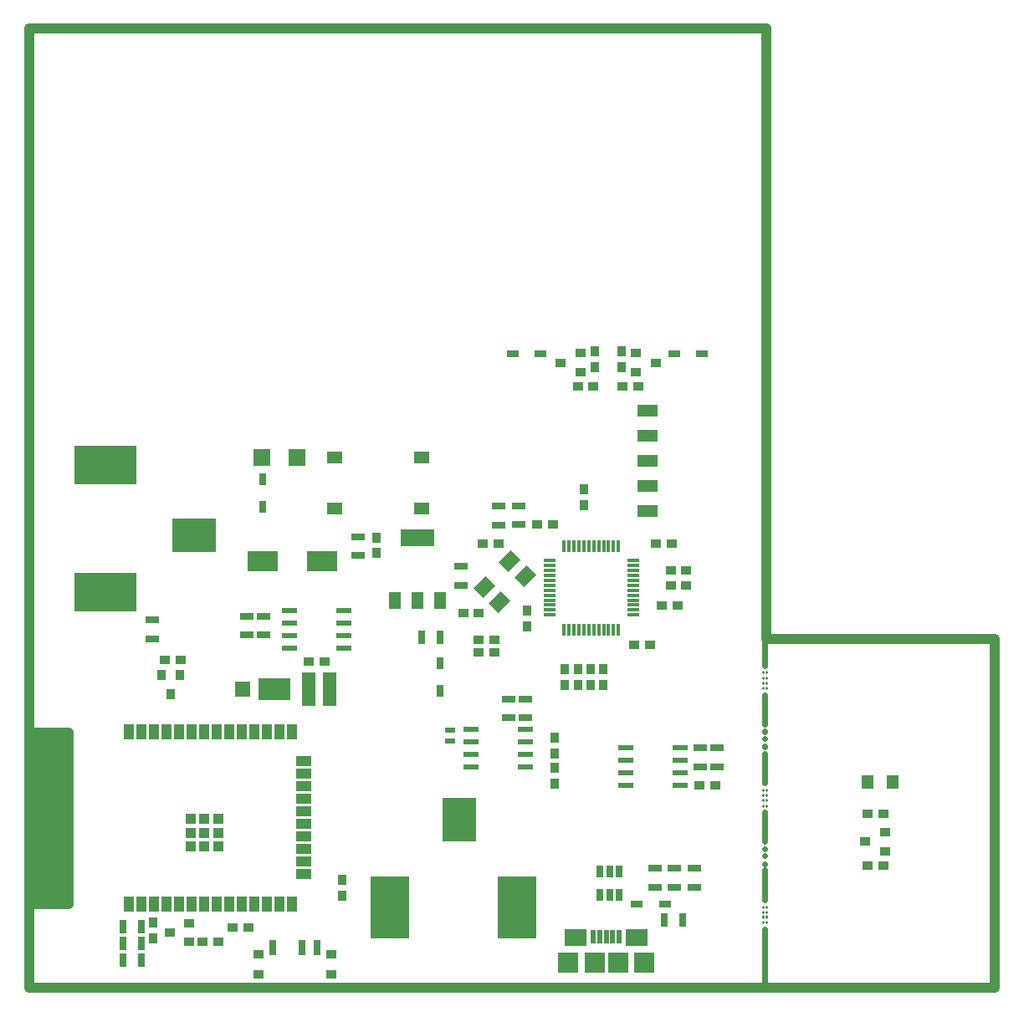
<source format=gtp>
G04*
G04 #@! TF.GenerationSoftware,Altium Limited,Altium Designer,20.0.13 (296)*
G04*
G04 Layer_Color=8421504*
%FSLAX25Y25*%
%MOIN*%
G70*
G01*
G75*
%ADD13C,0.00984*%
%ADD22C,0.03937*%
%ADD23C,0.02362*%
%ADD24R,0.24803X0.15748*%
%ADD25R,0.17717X0.13386*%
%ADD26R,0.04724X0.05315*%
%ADD27R,0.04194X0.03494*%
%ADD28R,0.03937X0.03543*%
%ADD29R,0.04528X0.02559*%
%ADD30R,0.03150X0.05512*%
%ADD31R,0.03494X0.04194*%
%ADD32R,0.03937X0.03937*%
%ADD33R,0.03937X0.06299*%
%ADD34R,0.06299X0.03937*%
%ADD35R,0.03150X0.06299*%
%ADD36R,0.04331X0.03543*%
%ADD37R,0.05118X0.01575*%
%ADD38R,0.01575X0.05118*%
%ADD39R,0.05512X0.03150*%
%ADD40R,0.08268X0.04724*%
%ADD41R,0.01968X0.05709*%
%ADD42R,0.08661X0.06693*%
%ADD43R,0.07874X0.07874*%
%ADD44R,0.06299X0.02362*%
%ADD45R,0.02756X0.05118*%
%ADD46R,0.05512X0.13780*%
%ADD47R,0.15748X0.24803*%
%ADD48R,0.13386X0.17717*%
%ADD49R,0.04331X0.02362*%
%ADD50R,0.03543X0.03937*%
%ADD51R,0.06299X0.06378*%
%ADD52R,0.12598X0.09055*%
%ADD53R,0.12205X0.08268*%
%ADD54R,0.06693X0.06693*%
%ADD55R,0.02559X0.04528*%
%ADD56R,0.13386X0.06693*%
%ADD57R,0.05118X0.06693*%
G04:AMPARAMS|DCode=58|XSize=66.93mil|YSize=53.15mil|CornerRadius=0mil|HoleSize=0mil|Usage=FLASHONLY|Rotation=45.000|XOffset=0mil|YOffset=0mil|HoleType=Round|Shape=Rectangle|*
%AMROTATEDRECTD58*
4,1,4,-0.00487,-0.04245,-0.04245,-0.00487,0.00487,0.04245,0.04245,0.00487,-0.00487,-0.04245,0.0*
%
%ADD58ROTATEDRECTD58*%

%ADD59R,0.06496X0.05118*%
D13*
X290335Y123603D02*
Y123996D01*
Y121437D02*
Y121831D01*
Y119469D02*
Y119863D01*
Y117500D02*
Y117894D01*
Y117500D02*
Y117894D01*
Y119469D02*
Y119863D01*
Y121437D02*
Y121831D01*
Y123603D02*
Y123996D01*
X291713Y117500D02*
Y117894D01*
Y119469D02*
Y119863D01*
Y121437D02*
Y121831D01*
Y123603D02*
Y123996D01*
X290335Y70493D02*
Y70886D01*
Y72658D02*
Y73052D01*
Y74626D02*
Y75020D01*
Y76595D02*
Y76989D01*
X291713Y70493D02*
Y70886D01*
Y72658D02*
Y73052D01*
Y74626D02*
Y75020D01*
Y76595D02*
Y76989D01*
Y76595D02*
Y76989D01*
Y74626D02*
Y75020D01*
Y72658D02*
Y73052D01*
Y70493D02*
Y70886D01*
Y24036D02*
Y24430D01*
Y26201D02*
Y26595D01*
Y28170D02*
Y28563D01*
Y30138D02*
Y30532D01*
Y30138D02*
Y30532D01*
Y28170D02*
Y28563D01*
Y26201D02*
Y26595D01*
Y24036D02*
Y24430D01*
X290335Y30138D02*
Y30532D01*
Y28170D02*
Y28563D01*
Y26201D02*
Y26595D01*
Y24036D02*
Y24430D01*
D22*
X5408Y32087D02*
Y99803D01*
X4921Y32087D02*
X5408D01*
X0Y31496D02*
Y99803D01*
X10827Y31890D02*
Y99803D01*
X11024D01*
X8071Y32087D02*
Y99606D01*
X8268D01*
X4921Y32087D02*
Y99803D01*
X5894D01*
X1772Y31693D02*
Y99803D01*
X1575D02*
X1772D01*
X-1969Y31496D02*
Y99803D01*
Y-1969D02*
Y31496D01*
X13583D01*
X-1969Y99803D02*
X13757D01*
X-1969D02*
Y380315D01*
X291732Y137205D02*
X382677D01*
Y-1969D02*
Y137205D01*
X-1969Y-1969D02*
X382677D01*
X-1969Y380315D02*
X291732D01*
Y137205D02*
Y380315D01*
X13583Y31496D02*
X13757Y31670D01*
Y99803D01*
X-1969Y-1969D02*
X-1575D01*
D23*
X291024Y126319D02*
Y136614D01*
Y103091D02*
Y114902D01*
Y79587D02*
Y91398D01*
Y56359D02*
Y68170D01*
Y33130D02*
Y44941D01*
Y-846D02*
Y21556D01*
X290984Y100217D02*
X291024Y100256D01*
X290984Y94233D02*
X291024Y94272D01*
X290945Y97343D02*
X290984Y97382D01*
X290945Y50611D02*
X290984Y50650D01*
Y47501D02*
X291024Y47540D01*
X290984Y53485D02*
X291024Y53524D01*
D24*
X28445Y206496D02*
D03*
Y155709D02*
D03*
D25*
X63681Y178543D02*
D03*
D26*
X341929Y79921D02*
D03*
X332087D02*
D03*
D27*
X331889Y67323D02*
D03*
X338189D02*
D03*
X331889Y46842D02*
D03*
X338189D02*
D03*
X85394Y21910D02*
D03*
X79094D02*
D03*
X73229Y16339D02*
D03*
X66929D02*
D03*
X245276Y134646D02*
D03*
X238976D02*
D03*
X250000Y150394D02*
D03*
X256300D02*
D03*
X259843Y158409D02*
D03*
X253543D02*
D03*
X259843Y164409D02*
D03*
X253543D02*
D03*
X253937Y175197D02*
D03*
X247637D02*
D03*
X200393Y182677D02*
D03*
X206693D02*
D03*
X234252Y237787D02*
D03*
X240552D02*
D03*
X222835D02*
D03*
X216535D02*
D03*
X177165Y136614D02*
D03*
X183465D02*
D03*
X177165Y131881D02*
D03*
X183465D02*
D03*
X264960Y78759D02*
D03*
X271260D02*
D03*
X115748Y127944D02*
D03*
X109448D02*
D03*
X51968Y128740D02*
D03*
X58268D02*
D03*
X178740Y175197D02*
D03*
X185040D02*
D03*
X170866Y147244D02*
D03*
X177166D02*
D03*
D28*
X338976Y52550D02*
D03*
Y60031D02*
D03*
X331102Y56291D02*
D03*
X61811Y16339D02*
D03*
Y23819D02*
D03*
X53937Y20079D02*
D03*
X239764Y250975D02*
D03*
Y243495D02*
D03*
X247638Y247235D02*
D03*
X217717Y243447D02*
D03*
Y250927D02*
D03*
X209842Y247187D02*
D03*
D29*
X251181Y31496D02*
D03*
X240158D02*
D03*
X266142Y250629D02*
D03*
X255118D02*
D03*
X190551D02*
D03*
X201575D02*
D03*
D30*
X250984Y25197D02*
D03*
X258465D02*
D03*
X42717Y9046D02*
D03*
X35236D02*
D03*
X42717Y15739D02*
D03*
X35236D02*
D03*
X42717Y22432D02*
D03*
X35236D02*
D03*
X161811Y137787D02*
D03*
X154331D02*
D03*
D31*
X196457Y142126D02*
D03*
Y148426D02*
D03*
X47244Y17708D02*
D03*
Y24008D02*
D03*
X233858Y245314D02*
D03*
Y251613D02*
D03*
X223228D02*
D03*
Y245314D02*
D03*
X226772Y125189D02*
D03*
Y118888D02*
D03*
X221654D02*
D03*
Y125189D02*
D03*
X216535Y118888D02*
D03*
Y125189D02*
D03*
X207480Y91329D02*
D03*
Y97629D02*
D03*
Y85818D02*
D03*
Y79518D02*
D03*
X211417Y118888D02*
D03*
Y125189D02*
D03*
X122835Y40945D02*
D03*
Y34645D02*
D03*
X136221Y177559D02*
D03*
Y171259D02*
D03*
X219000Y196851D02*
D03*
Y190551D02*
D03*
D32*
X73228Y65346D02*
D03*
X62205D02*
D03*
X73228Y54322D02*
D03*
X62205D02*
D03*
X67716D02*
D03*
Y65346D02*
D03*
X73228Y59834D02*
D03*
X62205D02*
D03*
X67716D02*
D03*
D33*
X37520Y100188D02*
D03*
X42520D02*
D03*
X47520D02*
D03*
X52520D02*
D03*
X57520D02*
D03*
X62520D02*
D03*
X67520D02*
D03*
X72520D02*
D03*
X77520D02*
D03*
X82520D02*
D03*
X87520D02*
D03*
X92520D02*
D03*
X97520D02*
D03*
X102520D02*
D03*
Y31291D02*
D03*
X97520D02*
D03*
X92520D02*
D03*
X87520D02*
D03*
X82520D02*
D03*
X77520D02*
D03*
X72520D02*
D03*
X67520D02*
D03*
X62520D02*
D03*
X57520D02*
D03*
X52520D02*
D03*
X47520D02*
D03*
X42520D02*
D03*
X37520D02*
D03*
D34*
X107441Y88239D02*
D03*
Y83239D02*
D03*
Y78239D02*
D03*
Y73239D02*
D03*
Y68239D02*
D03*
Y63239D02*
D03*
Y58239D02*
D03*
Y53239D02*
D03*
Y48239D02*
D03*
Y43239D02*
D03*
D35*
X112677Y14114D02*
D03*
X106772D02*
D03*
X94961D02*
D03*
D36*
X118189Y11358D02*
D03*
Y3484D02*
D03*
X89449D02*
D03*
Y11358D02*
D03*
D37*
X205220Y168298D02*
D03*
Y166330D02*
D03*
Y164361D02*
D03*
Y162393D02*
D03*
Y160424D02*
D03*
Y158456D02*
D03*
Y156487D02*
D03*
Y154519D02*
D03*
Y152550D02*
D03*
Y150582D02*
D03*
Y148613D02*
D03*
Y146645D02*
D03*
X238685D02*
D03*
Y148613D02*
D03*
Y150582D02*
D03*
Y152550D02*
D03*
Y154519D02*
D03*
Y156487D02*
D03*
Y158456D02*
D03*
Y160424D02*
D03*
Y162393D02*
D03*
Y164361D02*
D03*
Y166330D02*
D03*
Y168298D02*
D03*
D38*
X211126Y140739D02*
D03*
X213094D02*
D03*
X215063D02*
D03*
X217031D02*
D03*
X219000D02*
D03*
X220968D02*
D03*
X222937D02*
D03*
X224905D02*
D03*
X226874D02*
D03*
X228842D02*
D03*
X230811D02*
D03*
X232779D02*
D03*
Y174204D02*
D03*
X230811D02*
D03*
X228842D02*
D03*
X226874D02*
D03*
X224905D02*
D03*
X222937D02*
D03*
X220968D02*
D03*
X219000D02*
D03*
X217031D02*
D03*
X215063D02*
D03*
X213094D02*
D03*
X211126D02*
D03*
D39*
X192913Y190149D02*
D03*
Y182668D02*
D03*
X184992Y190046D02*
D03*
Y182566D02*
D03*
X195669Y105700D02*
D03*
Y113180D02*
D03*
X188976Y105700D02*
D03*
Y113180D02*
D03*
X272047Y93692D02*
D03*
Y86212D02*
D03*
X265354Y93692D02*
D03*
Y86212D02*
D03*
X262992Y45661D02*
D03*
Y38180D02*
D03*
X255118Y45661D02*
D03*
Y38180D02*
D03*
X247244Y45661D02*
D03*
Y38180D02*
D03*
X46850Y137205D02*
D03*
Y144685D02*
D03*
X91339Y138583D02*
D03*
Y146063D02*
D03*
X84646Y138583D02*
D03*
Y146063D02*
D03*
X170079Y165945D02*
D03*
Y158465D02*
D03*
X129134Y170276D02*
D03*
Y177756D02*
D03*
D40*
X244488Y228189D02*
D03*
Y218189D02*
D03*
Y208189D02*
D03*
Y198189D02*
D03*
Y188189D02*
D03*
D41*
X233071Y18504D02*
D03*
X230512D02*
D03*
X227953D02*
D03*
X225394D02*
D03*
X222835D02*
D03*
D42*
X215748Y18012D02*
D03*
X240158D02*
D03*
D43*
X232677Y7972D02*
D03*
X223228D02*
D03*
X212795D02*
D03*
X243110D02*
D03*
D44*
X235571Y93759D02*
D03*
Y88759D02*
D03*
Y83759D02*
D03*
Y78759D02*
D03*
X257224D02*
D03*
Y83759D02*
D03*
Y88759D02*
D03*
Y93759D02*
D03*
X101772Y133445D02*
D03*
Y138445D02*
D03*
Y143445D02*
D03*
Y148445D02*
D03*
X123425D02*
D03*
Y143445D02*
D03*
Y138445D02*
D03*
Y133445D02*
D03*
X195669Y101172D02*
D03*
Y96172D02*
D03*
Y91172D02*
D03*
Y86172D02*
D03*
X174016D02*
D03*
Y91172D02*
D03*
Y96172D02*
D03*
Y101172D02*
D03*
D45*
X225493Y35236D02*
D03*
Y44291D02*
D03*
X229233Y35236D02*
D03*
Y44291D02*
D03*
X232973Y35236D02*
D03*
Y44291D02*
D03*
D46*
X117520Y116920D02*
D03*
X109252D02*
D03*
D47*
X141535Y29912D02*
D03*
X192323D02*
D03*
D48*
X169488Y65149D02*
D03*
D49*
X165748Y100838D02*
D03*
Y96507D02*
D03*
D50*
X58071Y122835D02*
D03*
X50591D02*
D03*
X54331Y114961D02*
D03*
D51*
X82992Y116929D02*
D03*
D52*
X95669D02*
D03*
D53*
X90945Y168110D02*
D03*
X114567D02*
D03*
D54*
X90551Y209440D02*
D03*
X104724D02*
D03*
D55*
X90945Y189755D02*
D03*
Y200779D02*
D03*
X161811Y116535D02*
D03*
Y127559D02*
D03*
D56*
X152756Y177550D02*
D03*
D57*
X161811Y152354D02*
D03*
X152756D02*
D03*
X143701D02*
D03*
D58*
X179189Y157755D02*
D03*
X189489Y168055D02*
D03*
X185314Y151630D02*
D03*
X195614Y161930D02*
D03*
D59*
X154331Y188948D02*
D03*
Y209460D02*
D03*
X119685Y188948D02*
D03*
Y209460D02*
D03*
M02*

</source>
